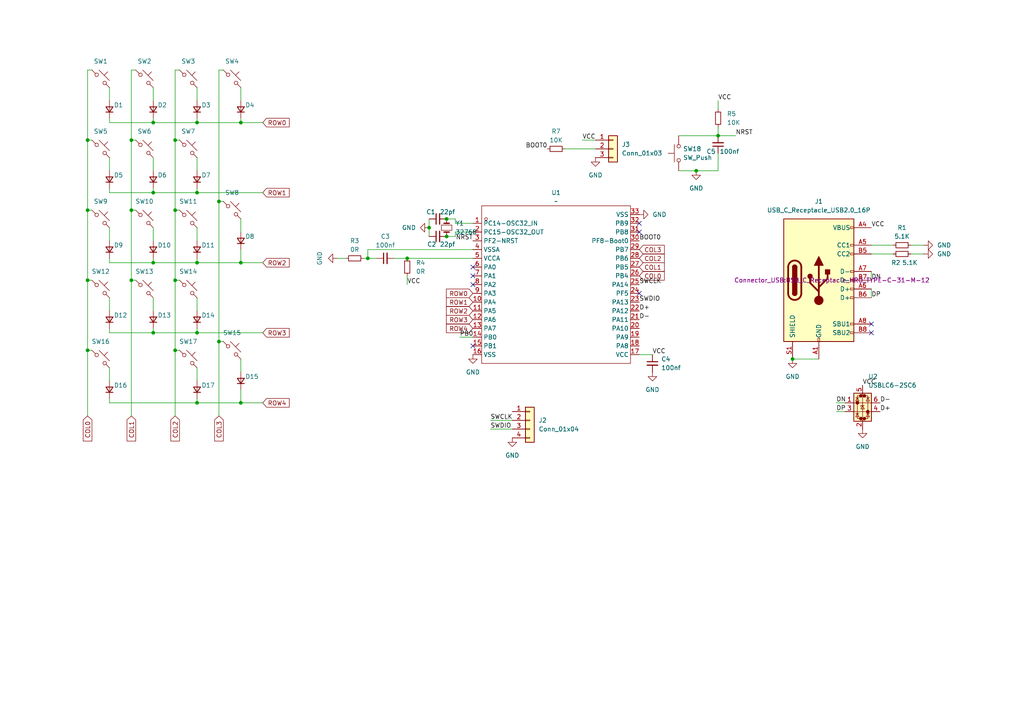
<source format=kicad_sch>
(kicad_sch (version 20231120) (generator "eeschema") (generator_version "8.0")
  (paper "A4")
  (lib_symbols
    (symbol "Connector:USB_C_Receptacle_USB2.0_16P" (pin_names (offset 1.016))
      (property "Reference" "J" (at 0 22.225 0))
      (property "Value" "USB_C_Receptacle_USB2.0_16P" (at 0 19.685 0))
      (symbol "USB_C_Receptacle_USB2.0_16P_0_0"
        (rectangle (start -0.254 -17.78) (end 0.254 -16.764))
        (rectangle (start 10.16 -14.986) (end 9.144 -15.494))
        (rectangle (start 10.16 -12.446) (end 9.144 -12.954))
        (rectangle (start 10.16 -4.826) (end 9.144 -5.334))
        (rectangle (start 10.16 -2.286) (end 9.144 -2.794))
        (rectangle (start 10.16 0.254) (end 9.144 -0.254))
        (rectangle (start 10.16 2.794) (end 9.144 2.286))
        (rectangle (start 10.16 7.874) (end 9.144 7.366))
        (rectangle (start 10.16 10.414) (end 9.144 9.906))
        (rectangle (start 10.16 15.494) (end 9.144 14.986))
      )
      (symbol "USB_C_Receptacle_USB2.0_16P_0_1"
        (rectangle (start -10.16 17.78) (end 10.16 -17.78) (stroke (width 0.254)) (fill (type background)))
        (arc (start -8.89 -3.81) (mid -6.985 -5.7067) (end -5.08 -3.81) (stroke (width 0.508)))
        (arc (start -7.62 -3.81) (mid -6.985 -4.4423) (end -6.35 -3.81) (stroke (width 0.254)))
        (arc (start -7.62 -3.81) (mid -6.985 -4.4423) (end -6.35 -3.81) (stroke (width 0.254)) (fill (type outline)))
        (rectangle (start -7.62 -3.81) (end -6.35 3.81) (stroke (width 0.254)) (fill (type outline)))
        (arc (start -6.35 3.81) (mid -6.985 4.4423) (end -7.62 3.81) (stroke (width 0.254)))
        (arc (start -6.35 3.81) (mid -6.985 4.4423) (end -7.62 3.81) (stroke (width 0.254)) (fill (type outline)))
        (arc (start -5.08 3.81) (mid -6.985 5.7067) (end -8.89 3.81) (stroke (width 0.508)))
        (circle (center -2.54 1.143) (radius 0.635) (stroke (width 0.254)) (fill (type outline)))
        (circle (center 0 -5.842) (radius 1.27) (fill (type outline)))
        (polyline (pts (xy -8.89 -3.81) (xy -8.89 3.81)) (stroke (width 0.508)))
        (polyline (pts (xy -5.08 3.81) (xy -5.08 -3.81)) (stroke (width 0.508)))
        (polyline (pts (xy 0 -5.842) (xy 0 4.318)) (stroke (width 0.508)))
        (polyline (pts (xy 0 -3.302) (xy -2.54 -0.762) (xy -2.54 0.508)) (stroke (width 0.508)))
        (polyline (pts (xy 0 -2.032) (xy 2.54 0.508) (xy 2.54 1.778)) (stroke (width 0.508)))
        (polyline (pts (xy -1.27 4.318) (xy 0 6.858) (xy 1.27 4.318) (xy -1.27 4.318)) (stroke (width 0.254)) (fill (type outline)))
        (rectangle (start 1.905 1.778) (end 3.175 3.048) (stroke (width 0.254)) (fill (type outline)))
      )
      (symbol "USB_C_Receptacle_USB2.0_16P_1_1"
        (pin passive line (at 0 -22.86 90) (length 5.08) (name "GND") (number "A1"))
        (pin passive line (at 0 -22.86 90) (length 5.08) hide (name "GND") (number "A12"))
        (pin passive line (at 15.24 15.24 180) (length 5.08) (name "VBUS") (number "A4"))
        (pin bidirectional line (at 15.24 10.16 180) (length 5.08) (name "CC1") (number "A5"))
        (pin bidirectional line (at 15.24 -2.54 180) (length 5.08) (name "D+") (number "A6"))
        (pin bidirectional line (at 15.24 2.54 180) (length 5.08) (name "D-") (number "A7"))
        (pin bidirectional line (at 15.24 -12.7 180) (length 5.08) (name "SBU1") (number "A8"))
        (pin passive line (at 15.24 15.24 180) (length 5.08) hide (name "VBUS") (number "A9"))
        (pin passive line (at 0 -22.86 90) (length 5.08) hide (name "GND") (number "B1"))
        (pin passive line (at 0 -22.86 90) (length 5.08) hide (name "GND") (number "B12"))
        (pin passive line (at 15.24 15.24 180) (length 5.08) hide (name "VBUS") (number "B4"))
        (pin bidirectional line (at 15.24 7.62 180) (length 5.08) (name "CC2") (number "B5"))
        (pin bidirectional line (at 15.24 -5.08 180) (length 5.08) (name "D+") (number "B6"))
        (pin bidirectional line (at 15.24 0 180) (length 5.08) (name "D-") (number "B7"))
        (pin bidirectional line (at 15.24 -15.24 180) (length 5.08) (name "SBU2") (number "B8"))
        (pin passive line (at 15.24 15.24 180) (length 5.08) hide (name "VBUS") (number "B9"))
        (pin passive line (at -7.62 -22.86 90) (length 5.08) (name "SHIELD") (number "S1"))
      )
    )
    (symbol "Connector_Generic:Conn_01x03" (pin_names (offset 1.016) hide)
      (property "Reference" "J" (at 0 5.08 0))
      (property "Value" "Conn_01x03" (at 0 -5.08 0))
      (symbol "Conn_01x03_1_1"
        (rectangle (start -1.27 -2.413) (end 0 -2.667) (stroke (width 0.1524)))
        (rectangle (start -1.27 0.127) (end 0 -0.127) (stroke (width 0.1524)))
        (rectangle (start -1.27 2.667) (end 0 2.413) (stroke (width 0.1524)))
        (rectangle (start -1.27 3.81) (end 1.27 -3.81) (stroke (width 0.254)) (fill (type background)))
        (pin passive line (at -5.08 2.54 0) (length 3.81) (name "Pin_1") (number "1"))
        (pin passive line (at -5.08 0 0) (length 3.81) (name "Pin_2") (number "2"))
        (pin passive line (at -5.08 -2.54 0) (length 3.81) (name "Pin_3") (number "3"))
      )
    )
    (symbol "Connector_Generic:Conn_01x04" (pin_names (offset 1.016) hide)
      (property "Reference" "J" (at 0 5.08 0))
      (property "Value" "Conn_01x04" (at 0 -7.62 0))
      (symbol "Conn_01x04_1_1"
        (rectangle (start -1.27 -4.953) (end 0 -5.207) (stroke (width 0.1524)))
        (rectangle (start -1.27 -2.413) (end 0 -2.667) (stroke (width 0.1524)))
        (rectangle (start -1.27 0.127) (end 0 -0.127) (stroke (width 0.1524)))
        (rectangle (start -1.27 2.667) (end 0 2.413) (stroke (width 0.1524)))
        (rectangle (start -1.27 3.81) (end 1.27 -6.35) (stroke (width 0.254)) (fill (type background)))
        (pin passive line (at -5.08 2.54 0) (length 3.81) (name "Pin_1") (number "1"))
        (pin passive line (at -5.08 0 0) (length 3.81) (name "Pin_2") (number "2"))
        (pin passive line (at -5.08 -2.54 0) (length 3.81) (name "Pin_3") (number "3"))
        (pin passive line (at -5.08 -5.08 0) (length 3.81) (name "Pin_4") (number "4"))
      )
    )
    (symbol "Device:C_Small" (pin_numbers hide) (pin_names (offset 0.254) hide)
      (property "Reference" "C" (at 0.254 1.778 0))
      (property "Value" "C_Small" (at 0.254 -2.032 0))
      (symbol "C_Small_0_1"
        (polyline (pts (xy -1.524 -0.508) (xy 1.524 -0.508)) (stroke (width 0.3302)))
        (polyline (pts (xy -1.524 0.508) (xy 1.524 0.508)) (stroke (width 0.3048)))
      )
      (symbol "C_Small_1_1"
        (pin passive line (at 0 2.54 270) (length 2.032) (name "~") (number "1"))
        (pin passive line (at 0 -2.54 90) (length 2.032) (name "~") (number "2"))
      )
    )
    (symbol "Device:Crystal_Small" (pin_numbers hide) (pin_names (offset 1.016) hide)
      (property "Reference" "Y" (at 0 2.54 0))
      (property "Value" "Crystal_Small" (at 0 -2.54 0))
      (symbol "Crystal_Small_0_1"
        (rectangle (start -0.762 -1.524) (end 0.762 1.524))
        (polyline (pts (xy -1.27 -0.762) (xy -1.27 0.762)) (stroke (width 0.381)))
        (polyline (pts (xy 1.27 -0.762) (xy 1.27 0.762)) (stroke (width 0.381)))
      )
      (symbol "Crystal_Small_1_1"
        (pin passive line (at -2.54 0 0) (length 1.27) (name "1") (number "1"))
        (pin passive line (at 2.54 0 180) (length 1.27) (name "2") (number "2"))
      )
    )
    (symbol "Device:D_Small" (pin_numbers hide) (pin_names (offset 0.254) hide)
      (property "Reference" "D" (at -1.27 2.032 0))
      (property "Value" "D_Small" (at -3.81 -2.032 0))
      (symbol "D_Small_0_1"
        (polyline (pts (xy -0.762 -1.016) (xy -0.762 1.016)) (stroke (width 0.254)))
        (polyline (pts (xy -0.762 0) (xy 0.762 0)))
        (polyline (pts (xy 0.762 -1.016) (xy -0.762 0) (xy 0.762 1.016) (xy 0.762 -1.016)) (stroke (width 0.254)))
      )
      (symbol "D_Small_1_1"
        (pin passive line (at -2.54 0 0) (length 1.778) (name "K") (number "1"))
        (pin passive line (at 2.54 0 180) (length 1.778) (name "A") (number "2"))
      )
    )
    (symbol "Device:R_Small" (pin_numbers hide) (pin_names (offset 0.254) hide)
      (property "Reference" "R" (at 0.762 0.508 0))
      (property "Value" "R_Small" (at 0.762 -1.016 0))
      (symbol "R_Small_0_1"
        (rectangle (start -0.762 1.778) (end 0.762 -1.778) (stroke (width 0.2032)))
      )
      (symbol "R_Small_1_1"
        (pin passive line (at 0 2.54 270) (length 0.762) (name "~") (number "1"))
        (pin passive line (at 0 -2.54 90) (length 0.762) (name "~") (number "2"))
      )
    )
    (symbol "PY32F071K1BU:PY32F071K1BU"
      (property "Reference" "U" (at 0 0 0))
      (symbol "PY32F071K1BU_1_0"
        (rectangle (start -21.59 -22.86) (end 21.59 22.86))
        (circle (center -20.32 19.05) (radius 0.381))
        (pin unspecified line (at -24.13 17.78 0) (length 2.54) (name "PC14-OSC32_IN") (number "1"))
        (pin unspecified line (at -24.13 -5.08 0) (length 2.54) (name "PA4") (number "10"))
        (pin unspecified line (at -24.13 -7.62 0) (length 2.54) (name "PA5") (number "11"))
        (pin unspecified line (at -24.13 -10.16 0) (length 2.54) (name "PA6") (number "12"))
        (pin unspecified line (at -24.13 -12.7 0) (length 2.54) (name "PA7") (number "13"))
        (pin unspecified line (at -24.13 -15.24 0) (length 2.54) (name "PB0") (number "14"))
        (pin unspecified line (at -24.13 -17.78 0) (length 2.54) (name "PB1") (number "15"))
        (pin unspecified line (at -24.13 -20.32 0) (length 2.54) (name "VSS") (number "16"))
        (pin unspecified line (at 24.13 -20.32 180) (length 2.54) (name "VCC") (number "17"))
        (pin unspecified line (at 24.13 -17.78 180) (length 2.54) (name "PA8") (number "18"))
        (pin unspecified line (at 24.13 -15.24 180) (length 2.54) (name "PA9") (number "19"))
        (pin unspecified line (at -24.13 15.24 0) (length 2.54) (name "PC15-OSC32_OUT") (number "2"))
        (pin unspecified line (at 24.13 -12.7 180) (length 2.54) (name "PA10") (number "20"))
        (pin unspecified line (at 24.13 -10.16 180) (length 2.54) (name "PA11") (number "21"))
        (pin unspecified line (at 24.13 -7.62 180) (length 2.54) (name "PA12") (number "22"))
        (pin unspecified line (at 24.13 -5.08 180) (length 2.54) (name "PA13") (number "23"))
        (pin unspecified line (at 24.13 -2.54 180) (length 2.54) (name "PF5") (number "24"))
        (pin unspecified line (at 24.13 0 180) (length 2.54) (name "PA14") (number "25"))
        (pin unspecified line (at 24.13 2.54 180) (length 2.54) (name "PB4") (number "26"))
        (pin unspecified line (at 24.13 5.08 180) (length 2.54) (name "PB5") (number "27"))
        (pin unspecified line (at 24.13 7.62 180) (length 2.54) (name "PB6") (number "28"))
        (pin unspecified line (at 24.13 10.16 180) (length 2.54) (name "PB7") (number "29"))
        (pin unspecified line (at -24.13 12.7 0) (length 2.54) (name "PF2-NRST") (number "3"))
        (pin unspecified line (at 24.13 12.7 180) (length 2.54) (name "PF8-Boot0") (number "30"))
        (pin unspecified line (at 24.13 15.24 180) (length 2.54) (name "PB8") (number "31"))
        (pin unspecified line (at 24.13 17.78 180) (length 2.54) (name "PB9") (number "32"))
        (pin unspecified line (at 24.13 20.32 180) (length 2.54) (name "VSS") (number "33"))
        (pin unspecified line (at -24.13 10.16 0) (length 2.54) (name "VSSA") (number "4"))
        (pin unspecified line (at -24.13 7.62 0) (length 2.54) (name "VCCA") (number "5"))
        (pin unspecified line (at -24.13 5.08 0) (length 2.54) (name "PA0") (number "6"))
        (pin unspecified line (at -24.13 2.54 0) (length 2.54) (name "PA1") (number "7"))
        (pin unspecified line (at -24.13 0 0) (length 2.54) (name "PA2") (number "8"))
        (pin unspecified line (at -24.13 -2.54 0) (length 2.54) (name "PA3") (number "9"))
      )
    )
    (symbol "Power_Protection:USBLC6-2SC6" (pin_names hide)
      (property "Reference" "U" (at 0.635 5.715 0))
      (property "Value" "USBLC6-2SC6" (at 0.635 3.81 0))
      (symbol "USBLC6-2SC6_0_0"
        (circle (center -1.524 0) (radius 0.0001) (stroke (width 0.508)))
        (circle (center -0.508 -4.572) (radius 0.0001) (stroke (width 0.508)))
        (circle (center -0.508 2.032) (radius 0.0001) (stroke (width 0.508)))
        (circle (center 0.508 -4.572) (radius 0.0001) (stroke (width 0.508)))
        (circle (center 0.508 2.032) (radius 0.0001) (stroke (width 0.508)))
        (circle (center 1.524 -2.54) (radius 0.0001) (stroke (width 0.508)))
      )
      (symbol "USBLC6-2SC6_0_1"
        (polyline (pts (xy -2.54 -2.54) (xy 2.54 -2.54)))
        (polyline (pts (xy -2.54 0) (xy 2.54 0)))
        (polyline (pts (xy -2.032 -3.048) (xy -1.016 -3.048)))
        (polyline (pts (xy -1.016 1.524) (xy -2.032 1.524)))
        (polyline (pts (xy 1.016 -3.048) (xy 2.032 -3.048)))
        (polyline (pts (xy 1.016 1.524) (xy 2.032 1.524)))
        (polyline (pts (xy -0.508 -1.143) (xy -0.508 -0.762) (xy 0.508 -0.762)))
        (polyline (pts (xy -2.032 0.508) (xy -1.016 0.508) (xy -1.524 1.524) (xy -2.032 0.508)))
        (polyline (pts (xy -1.016 -4.064) (xy -2.032 -4.064) (xy -1.524 -3.048) (xy -1.016 -4.064)))
        (polyline (pts (xy 0.508 -1.778) (xy -0.508 -1.778) (xy 0 -0.762) (xy 0.508 -1.778)))
        (polyline (pts (xy 2.032 -4.064) (xy 1.016 -4.064) (xy 1.524 -3.048) (xy 2.032 -4.064)))
        (polyline (pts (xy 2.032 0.508) (xy 1.016 0.508) (xy 1.524 1.524) (xy 2.032 0.508)))
        (polyline (pts (xy 0 2.54) (xy -0.508 2.032) (xy 0.508 2.032) (xy 0 1.524) (xy 0 -4.064) (xy -0.508 -4.572) (xy 0.508 -4.572) (xy 0 -5.08)))
      )
      (symbol "USBLC6-2SC6_1_1"
        (rectangle (start -2.54 2.794) (end 2.54 -5.334) (stroke (width 0.254)) (fill (type background)))
        (polyline (pts (xy -0.508 2.032) (xy -1.524 2.032) (xy -1.524 -4.572) (xy -0.508 -4.572)))
        (polyline (pts (xy 0.508 -4.572) (xy 1.524 -4.572) (xy 1.524 2.032) (xy 0.508 2.032)))
        (pin passive line (at -5.08 0 0) (length 2.54) (name "I/O1") (number "1"))
        (pin passive line (at 0 -7.62 90) (length 2.54) (name "GND") (number "2"))
        (pin passive line (at -5.08 -2.54 0) (length 2.54) (name "I/O2") (number "3"))
        (pin passive line (at 5.08 -2.54 180) (length 2.54) (name "I/O2") (number "4"))
        (pin passive line (at 0 5.08 270) (length 2.54) (name "VBUS") (number "5"))
        (pin passive line (at 5.08 0 180) (length 2.54) (name "I/O1") (number "6"))
      )
    )
    (symbol "Switch:SW_Push" (pin_numbers hide) (pin_names (offset 1.016) hide)
      (property "Reference" "SW" (at 1.27 2.54 0))
      (property "Value" "SW_Push" (at 0 -1.524 0))
      (symbol "SW_Push_0_1"
        (circle (center -2.032 0) (radius 0.508))
        (polyline (pts (xy 0 1.27) (xy 0 3.048)))
        (polyline (pts (xy 2.54 1.27) (xy -2.54 1.27)))
        (circle (center 2.032 0) (radius 0.508))
        (pin passive line (at -5.08 0 0) (length 2.54) (name "1") (number "1"))
        (pin passive line (at 5.08 0 180) (length 2.54) (name "2") (number "2"))
      )
    )
    (symbol "Switch:SW_Push_45deg" (pin_numbers hide) (pin_names (offset 1.016) hide)
      (property "Reference" "SW" (at 3.048 1.016 0))
      (property "Value" "SW_Push_45deg" (at 0 -3.81 0))
      (symbol "SW_Push_45deg_0_1"
        (circle (center -1.1684 1.1684) (radius 0.508))
        (polyline (pts (xy -0.508 2.54) (xy 2.54 -0.508)))
        (polyline (pts (xy 1.016 1.016) (xy 2.032 2.032)))
        (polyline (pts (xy -2.54 2.54) (xy -1.524 1.524) (xy -1.524 1.524)))
        (polyline (pts (xy 1.524 -1.524) (xy 2.54 -2.54) (xy 2.54 -2.54) (xy 2.54 -2.54)))
        (circle (center 1.143 -1.1938) (radius 0.508))
        (pin passive line (at -2.54 2.54 0) (length 0) (name "1") (number "1"))
        (pin passive line (at 2.54 -2.54 180) (length 0) (name "2") (number "2"))
      )
    )
    (symbol "power:GND" (power) (pin_numbers hide) (pin_names (offset 0) hide)
      (property "Value" "GND" (at 0 -3.81 0))
      (symbol "GND_0_1"
        (polyline (pts (xy 0 0) (xy 0 -1.27) (xy 1.27 -1.27) (xy 0 -2.54) (xy -1.27 -1.27) (xy 0 -1.27)))
      )
      (symbol "GND_1_1"
        (pin power_in line (at 0 0 270) (length 0) (name "~") (number "1"))
      )
    )
  )
  (junction (at 63.5 99.06))
  (junction (at 229.87 104.14))
  (junction (at 69.85 116.84))
  (junction (at 50.8 40.64))
  (junction (at 50.8 101.6))
  (junction (at 38.1 40.64))
  (junction (at 57.15 76.2))
  (junction (at 57.15 55.88))
  (junction (at 69.85 76.2))
  (junction (at 25.4 60.96))
  (junction (at 44.45 96.52))
  (junction (at 38.1 60.96))
  (junction (at 129.54 68.58))
  (junction (at 44.45 76.2))
  (junction (at 201.93 49.53))
  (junction (at 129.54 63.5))
  (junction (at 57.15 116.84))
  (junction (at 25.4 101.6))
  (junction (at 57.15 35.56))
  (junction (at 25.4 81.28))
  (junction (at 208.28 39.37))
  (junction (at 124.46 66.04))
  (junction (at 25.4 40.64))
  (junction (at 50.8 81.28))
  (junction (at 44.45 55.88))
  (junction (at 118.11 74.93))
  (junction (at 63.5 58.42))
  (junction (at 57.15 96.52))
  (junction (at 50.8 60.96))
  (junction (at 38.1 81.28))
  (junction (at 106.68 74.93))
  (junction (at 44.45 35.56))
  (junction (at 69.85 35.56))
  (no_connect (at 185.42 85.09))
  (no_connect (at 137.16 100.33))
  (no_connect (at 252.73 96.52))
  (no_connect (at 137.16 80.01))
  (no_connect (at 137.16 82.55))
  (no_connect (at 185.42 67.31))
  (no_connect (at 252.73 93.98))
  (no_connect (at 137.16 77.47))
  (no_connect (at 185.42 64.77))
  (wire (pts (xy 69.85 104.14) (xy 69.85 107.95)))
  (wire (pts (xy 252.73 73.66) (xy 259.08 73.66)))
  (wire (pts (xy 50.8 40.64) (xy 50.8 60.96)))
  (wire (pts (xy 69.85 72.39) (xy 69.85 76.2)))
  (wire (pts (xy 264.16 73.66) (xy 267.97 73.66)))
  (wire (pts (xy 57.15 96.52) (xy 76.2 96.52)))
  (wire (pts (xy 25.4 81.28) (xy 25.4 101.6)))
  (wire (pts (xy 31.75 95.25) (xy 31.75 96.52)))
  (wire (pts (xy 137.16 64.77) (xy 132.08 64.77)))
  (wire (pts (xy 44.45 96.52) (xy 57.15 96.52)))
  (wire (pts (xy 242.57 119.38) (xy 245.11 119.38)))
  (wire (pts (xy 63.5 20.32) (xy 63.5 58.42)))
  (wire (pts (xy 132.08 63.5) (xy 129.54 63.5)))
  (wire (pts (xy 264.16 71.12) (xy 267.97 71.12)))
  (wire (pts (xy 25.4 40.64) (xy 25.4 60.96)))
  (wire (pts (xy 50.8 60.96) (xy 50.8 81.28)))
  (wire (pts (xy 31.75 115.57) (xy 31.75 116.84)))
  (wire (pts (xy 57.15 106.68) (xy 57.15 110.49)))
  (wire (pts (xy 44.45 35.56) (xy 57.15 35.56)))
  (wire (pts (xy 31.75 96.52) (xy 44.45 96.52)))
  (wire (pts (xy 25.4 101.6) (xy 25.4 120.65)))
  (wire (pts (xy 52.07 101.6) (xy 50.8 101.6)))
  (wire (pts (xy 201.93 49.53) (xy 208.28 49.53)))
  (wire (pts (xy 252.73 81.28) (xy 252.73 78.74)))
  (wire (pts (xy 252.73 71.12) (xy 259.08 71.12)))
  (wire (pts (xy 57.15 45.72) (xy 57.15 49.53)))
  (wire (pts (xy 57.15 74.93) (xy 57.15 76.2)))
  (wire (pts (xy 196.85 49.53) (xy 201.93 49.53)))
  (wire (pts (xy 109.22 74.93) (xy 106.68 74.93)))
  (wire (pts (xy 44.45 55.88) (xy 57.15 55.88)))
  (wire (pts (xy 39.37 20.32) (xy 38.1 20.32)))
  (wire (pts (xy 44.45 25.4) (xy 44.45 29.21)))
  (wire (pts (xy 50.8 81.28) (xy 50.8 101.6)))
  (wire (pts (xy 57.15 116.84) (xy 69.85 116.84)))
  (wire (pts (xy 44.45 45.72) (xy 44.45 49.53)))
  (wire (pts (xy 31.75 76.2) (xy 44.45 76.2)))
  (wire (pts (xy 57.15 34.29) (xy 57.15 35.56)))
  (wire (pts (xy 57.15 76.2) (xy 69.85 76.2)))
  (wire (pts (xy 26.67 60.96) (xy 25.4 60.96)))
  (wire (pts (xy 31.75 74.93) (xy 31.75 76.2)))
  (wire (pts (xy 38.1 20.32) (xy 38.1 40.64)))
  (wire (pts (xy 208.28 29.21) (xy 208.28 31.75)))
  (wire (pts (xy 31.75 35.56) (xy 44.45 35.56)))
  (wire (pts (xy 196.85 39.37) (xy 208.28 39.37)))
  (wire (pts (xy 57.15 54.61) (xy 57.15 55.88)))
  (wire (pts (xy 52.07 81.28) (xy 50.8 81.28)))
  (wire (pts (xy 26.67 81.28) (xy 25.4 81.28)))
  (wire (pts (xy 31.75 54.61) (xy 31.75 55.88)))
  (wire (pts (xy 44.45 66.04) (xy 44.45 69.85)))
  (wire (pts (xy 31.75 86.36) (xy 31.75 90.17)))
  (wire (pts (xy 44.45 76.2) (xy 57.15 76.2)))
  (wire (pts (xy 57.15 86.36) (xy 57.15 90.17)))
  (wire (pts (xy 44.45 86.36) (xy 44.45 90.17)))
  (wire (pts (xy 229.87 104.14) (xy 237.49 104.14)))
  (wire (pts (xy 118.11 74.93) (xy 137.16 74.93)))
  (wire (pts (xy 63.5 99.06) (xy 63.5 120.65)))
  (wire (pts (xy 39.37 40.64) (xy 38.1 40.64)))
  (wire (pts (xy 57.15 95.25) (xy 57.15 96.52)))
  (wire (pts (xy 26.67 101.6) (xy 25.4 101.6)))
  (wire (pts (xy 97.79 74.93) (xy 100.33 74.93)))
  (wire (pts (xy 31.75 55.88) (xy 44.45 55.88)))
  (wire (pts (xy 142.24 121.92) (xy 148.59 121.92)))
  (wire (pts (xy 38.1 60.96) (xy 38.1 81.28)))
  (wire (pts (xy 69.85 76.2) (xy 76.2 76.2)))
  (wire (pts (xy 57.15 66.04) (xy 57.15 69.85)))
  (wire (pts (xy 63.5 58.42) (xy 63.5 99.06)))
  (wire (pts (xy 31.75 106.68) (xy 31.75 110.49)))
  (wire (pts (xy 106.68 72.39) (xy 106.68 74.93)))
  (wire (pts (xy 124.46 66.04) (xy 124.46 68.58)))
  (wire (pts (xy 132.08 67.31) (xy 132.08 68.58)))
  (wire (pts (xy 44.45 54.61) (xy 44.45 55.88)))
  (wire (pts (xy 26.67 40.64) (xy 25.4 40.64)))
  (wire (pts (xy 25.4 60.96) (xy 25.4 81.28)))
  (wire (pts (xy 31.75 25.4) (xy 31.75 29.21)))
  (wire (pts (xy 189.23 102.87) (xy 185.42 102.87)))
  (wire (pts (xy 213.36 39.37) (xy 208.28 39.37)))
  (wire (pts (xy 69.85 35.56) (xy 76.2 35.56)))
  (wire (pts (xy 69.85 34.29) (xy 69.85 35.56)))
  (wire (pts (xy 252.73 83.82) (xy 252.73 86.36)))
  (wire (pts (xy 44.45 74.93) (xy 44.45 76.2)))
  (wire (pts (xy 142.24 124.46) (xy 148.59 124.46)))
  (wire (pts (xy 69.85 113.03) (xy 69.85 116.84)))
  (wire (pts (xy 137.16 72.39) (xy 106.68 72.39)))
  (wire (pts (xy 39.37 81.28) (xy 38.1 81.28)))
  (wire (pts (xy 64.77 20.32) (xy 63.5 20.32)))
  (wire (pts (xy 57.15 35.56) (xy 69.85 35.56)))
  (wire (pts (xy 52.07 60.96) (xy 50.8 60.96)))
  (wire (pts (xy 31.75 116.84) (xy 57.15 116.84)))
  (wire (pts (xy 38.1 81.28) (xy 38.1 120.65)))
  (wire (pts (xy 52.07 40.64) (xy 50.8 40.64)))
  (wire (pts (xy 57.15 115.57) (xy 57.15 116.84)))
  (wire (pts (xy 44.45 34.29) (xy 44.45 35.56)))
  (wire (pts (xy 118.11 82.55) (xy 118.11 80.01)))
  (wire (pts (xy 52.07 20.32) (xy 50.8 20.32)))
  (wire (pts (xy 25.4 20.32) (xy 25.4 40.64)))
  (wire (pts (xy 208.28 39.37) (xy 208.28 36.83)))
  (wire (pts (xy 39.37 60.96) (xy 38.1 60.96)))
  (wire (pts (xy 124.46 63.5) (xy 124.46 66.04)))
  (wire (pts (xy 132.08 64.77) (xy 132.08 63.5)))
  (wire (pts (xy 64.77 58.42) (xy 63.5 58.42)))
  (wire (pts (xy 50.8 101.6) (xy 50.8 120.65)))
  (wire (pts (xy 64.77 99.06) (xy 63.5 99.06)))
  (wire (pts (xy 69.85 116.84) (xy 76.2 116.84)))
  (wire (pts (xy 114.3 74.93) (xy 118.11 74.93)))
  (wire (pts (xy 137.16 67.31) (xy 132.08 67.31)))
  (wire (pts (xy 44.45 95.25) (xy 44.45 96.52)))
  (wire (pts (xy 106.68 74.93) (xy 105.41 74.93)))
  (wire (pts (xy 57.15 25.4) (xy 57.15 29.21)))
  (wire (pts (xy 38.1 40.64) (xy 38.1 60.96)))
  (wire (pts (xy 57.15 55.88) (xy 76.2 55.88)))
  (wire (pts (xy 69.85 63.5) (xy 69.85 67.31)))
  (wire (pts (xy 26.67 20.32) (xy 25.4 20.32)))
  (wire (pts (xy 31.75 45.72) (xy 31.75 49.53)))
  (wire (pts (xy 163.83 43.18) (xy 172.72 43.18)))
  (wire (pts (xy 50.8 20.32) (xy 50.8 40.64)))
  (wire (pts (xy 242.57 116.84) (xy 245.11 116.84)))
  (wire (pts (xy 31.75 34.29) (xy 31.75 35.56)))
  (wire (pts (xy 69.85 25.4) (xy 69.85 29.21)))
  (wire (pts (xy 133.35 97.79) (xy 137.16 97.79)))
  (wire (pts (xy 31.75 66.04) (xy 31.75 69.85)))
  (wire (pts (xy 208.28 49.53) (xy 208.28 44.45)))
  (wire (pts (xy 168.91 40.64) (xy 172.72 40.64)))
  (wire (pts (xy 132.08 68.58) (xy 129.54 68.58)))
  (label "D-" (at 185.42 92.71 0))
  (label "VCC" (at 252.73 66.04 0))
  (label "VCC" (at 168.91 40.64 0))
  (label "DN" (at 252.73 81.28 0))
  (label "SWDIO" (at 185.42 87.63 0))
  (label "SWCLK" (at 142.24 121.92 0))
  (label "VCC" (at 208.28 29.21 0))
  (label "D+" (at 185.42 90.17 0))
  (label "DP" (at 252.73 86.36 0))
  (label "NRST" (at 137.16 69.85 180))
  (label "BOOT0" (at 185.42 69.85 0))
  (label "DP" (at 242.57 119.38 0))
  (label "D-" (at 255.27 116.84 0))
  (label "D+" (at 255.27 119.38 0))
  (label "VCC" (at 250.19 111.76 0))
  (label "VCC" (at 118.11 82.55 0))
  (label "SWCLK" (at 185.42 82.55 0))
  (label "PB0" (at 133.35 97.79 0))
  (label "VCC" (at 189.23 102.87 0))
  (label "DN" (at 242.57 116.84 0))
  (label "NRST" (at 213.36 39.37 0))
  (label "SWDIO" (at 142.24 124.46 0))
  (label "BOOT0" (at 158.75 43.18 180))
  (global_label "COL3" (shape input) (at 63.5 120.65 270) (property "Intersheetrefs" "${INTERSHEET_REFS}" (effects (hide yes))))
  (global_label "ROW0" (shape input) (at 76.2 35.56 0) (property "Intersheetrefs" "${INTERSHEET_REFS}" (effects (hide yes))))
  (global_label "COL1" (shape input) (at 185.42 77.47 0) (property "Intersheetrefs" "${INTERSHEET_REFS}" (effects (hide yes))))
  (global_label "COL0" (shape input) (at 25.4 120.65 270) (property "Intersheetrefs" "${INTERSHEET_REFS}" (effects (hide yes))))
  (global_label "COL0" (shape input) (at 185.42 80.01 0) (property "Intersheetrefs" "${INTERSHEET_REFS}" (effects (hide yes))))
  (global_label "ROW2" (shape input) (at 137.16 90.17 180) (property "Intersheetrefs" "${INTERSHEET_REFS}" (effects (hide yes))))
  (global_label "COL2" (shape input) (at 50.8 120.65 270) (property "Intersheetrefs" "${INTERSHEET_REFS}" (effects (hide yes))))
  (global_label "ROW1" (shape input) (at 76.2 55.88 0) (property "Intersheetrefs" "${INTERSHEET_REFS}" (effects (hide yes))))
  (global_label "ROW3" (shape input) (at 76.2 96.52 0) (property "Intersheetrefs" "${INTERSHEET_REFS}" (effects (hide yes))))
  (global_label "COL1" (shape input) (at 38.1 120.65 270) (property "Intersheetrefs" "${INTERSHEET_REFS}" (effects (hide yes))))
  (global_label "COL2" (shape input) (at 185.42 74.93 0) (property "Intersheetrefs" "${INTERSHEET_REFS}" (effects (hide yes))))
  (global_label "ROW3" (shape input) (at 137.16 92.71 180) (property "Intersheetrefs" "${INTERSHEET_REFS}" (effects (hide yes))))
  (global_label "ROW4" (shape input) (at 137.16 95.25 180) (property "Intersheetrefs" "${INTERSHEET_REFS}" (effects (hide yes))))
  (global_label "ROW4" (shape input) (at 76.2 116.84 0) (property "Intersheetrefs" "${INTERSHEET_REFS}" (effects (hide yes))))
  (global_label "ROW1" (shape input) (at 137.16 87.63 180) (property "Intersheetrefs" "${INTERSHEET_REFS}" (effects (hide yes))))
  (global_label "COL3" (shape input) (at 185.42 72.39 0) (property "Intersheetrefs" "${INTERSHEET_REFS}" (effects (hide yes))))
  (global_label "ROW0" (shape input) (at 137.16 85.09 180) (property "Intersheetrefs" "${INTERSHEET_REFS}" (effects (hide yes))))
  (global_label "ROW2" (shape input) (at 76.2 76.2 0) (property "Intersheetrefs" "${INTERSHEET_REFS}" (effects (hide yes))))
  (symbol (lib_id "power:GND") (at 137.16 102.87 0) (unit 1)
    (property "Reference" "#PWR06" (effects (hide yes)))
    (property "Value" "GND" (at 137.16 107.95 0))
    (property "Description" "Power symbol creates a global label with name \"GND\" , ground" (effects (hide yes)))
  )
  (symbol (lib_id "Device:D_Small") (at 57.15 52.07 90) (unit 1)
    (property "Reference" "D7" (at 58.42 50.8 90) (effects (justify right)))
    (property "Value" "D" (effects (hide yes)))
    (property "Footprint" "Diode_SMD:D_SOD-123F" (effects (hide yes)))
    (property "Sim.Device" "D" (effects (hide yes)))
    (property "Sim.Pins" "1=K 2=A" (effects (hide yes)))
  )
  (symbol (lib_id "Device:R_Small") (at 261.62 73.66 270) (unit 1)
    (property "Reference" "R2" (at 259.842 76.2 90))
    (property "Value" "5.1K" (at 263.906 76.2 90))
    (property "Footprint" "Resistor_SMD:R_0603_1608Metric_Pad0.98x0.95mm_HandSolder" (effects (hide yes)))
    (property "Description" "Resistor, small symbol" (effects (hide yes)))
  )
  (symbol (lib_id "Connector:USB_C_Receptacle_USB2.0_16P") (at 237.49 81.28 0) (unit 1)
    (property "Reference" "J1" (at 237.49 58.42 0))
    (property "Value" "USB_C_Receptacle_USB2.0_16P" (at 237.49 60.96 0))
    (property "Footprint" "Connector_USB:USB_C_Receptacle_HRO_TYPE-C-31-M-12" (at 241.3 81.28 0))
    (property "Datasheet" "https://www.usb.org/sites/default/files/documents/usb_type-c.zip" (effects (hide yes)))
    (property "Description" "USB 2.0-only 16P Type-C Receptacle connector" (effects (hide yes)))
  )
  (symbol (lib_id "Switch:SW_Push_45deg") (at 41.91 83.82 0) (unit 1)
    (property "Reference" "SW13" (at 41.91 78.74 0))
    (property "Value" "SW_Push" (effects (hide yes)))
    (property "Footprint" "PCM_Switch_Keyboard_Cherry_MX:SW_Cherry_MX_PCB_1.00u" (effects (hide yes)))
  )
  (symbol (lib_id "Device:D_Small") (at 31.75 92.71 90) (unit 1)
    (property "Reference" "D12" (at 33.02 91.44 90) (effects (justify right)))
    (property "Value" "D" (effects (hide yes)))
    (property "Footprint" "Diode_SMD:D_SOD-123F" (effects (hide yes)))
    (property "Sim.Device" "D" (effects (hide yes)))
    (property "Sim.Pins" "1=K 2=A" (effects (hide yes)))
  )
  (symbol (lib_id "Switch:SW_Push_45deg") (at 29.21 22.86 0) (unit 1)
    (property "Reference" "SW1" (at 29.21 17.78 0))
    (property "Value" "SW_Push" (effects (hide yes)))
    (property "Footprint" "PCM_Switch_Keyboard_Cherry_MX:SW_Cherry_MX_PCB_1.00u" (effects (hide yes)))
  )
  (symbol (lib_id "Device:D_Small") (at 44.45 31.75 90) (unit 1)
    (property "Reference" "D2" (at 45.72 30.48 90) (effects (justify right)))
    (property "Value" "D" (effects (hide yes)))
    (property "Footprint" "Diode_SMD:D_SOD-123F" (effects (hide yes)))
    (property "Sim.Device" "D" (effects (hide yes)))
    (property "Sim.Pins" "1=K 2=A" (effects (hide yes)))
  )
  (symbol (lib_id "Device:R_Small") (at 261.62 71.12 90) (unit 1)
    (property "Reference" "R1" (at 261.62 66.04 90))
    (property "Value" "5.1K" (at 261.62 68.58 90))
    (property "Footprint" "Resistor_SMD:R_0603_1608Metric_Pad0.98x0.95mm_HandSolder" (effects (hide yes)))
    (property "Description" "Resistor, small symbol" (effects (hide yes)))
  )
  (symbol (lib_id "Switch:SW_Push_45deg") (at 41.91 63.5 0) (unit 1)
    (property "Reference" "SW10" (at 41.91 58.42 0))
    (property "Value" "SW_Push" (effects (hide yes)))
    (property "Footprint" "PCM_Switch_Keyboard_Cherry_MX:SW_Cherry_MX_PCB_1.00u" (effects (hide yes)))
  )
  (symbol (lib_id "power:GND") (at 97.79 74.93 270) (unit 1)
    (property "Reference" "#PWR05" (effects (hide yes)))
    (property "Value" "GND" (at 92.71 74.93 0))
    (property "Description" "Power symbol creates a global label with name \"GND\" , ground" (effects (hide yes)))
  )
  (symbol (lib_id "Device:C_Small") (at 189.23 105.41 0) (unit 1)
    (property "Reference" "C4" (at 191.77 104.1462 0) (effects (justify left)))
    (property "Value" "100nf" (at 191.77 106.6862 0) (effects (justify left)))
    (property "Footprint" "Capacitor_SMD:C_0603_1608Metric" (effects (hide yes)))
    (property "Description" "Unpolarized capacitor, small symbol" (effects (hide yes)))
  )
  (symbol (lib_id "Device:C_Small") (at 127 63.5 90) (unit 1)
    (property "Reference" "C1" (at 124.968 61.468 90))
    (property "Value" "22pf" (at 129.794 61.468 90))
    (property "Footprint" "Capacitor_SMD:C_0603_1608Metric" (effects (hide yes)))
    (property "Description" "Unpolarized capacitor, small symbol" (effects (hide yes)))
  )
  (symbol (lib_id "Switch:SW_Push_45deg") (at 67.31 60.96 0) (unit 1)
    (property "Reference" "SW8" (at 67.31 55.88 0))
    (property "Value" "SW_Push" (effects (hide yes)))
    (property "Footprint" "PCM_Switch_Keyboard_Cherry_MX:SW_Cherry_MX_PCB_1.00u" (effects (hide yes)))
  )
  (symbol (lib_id "Switch:SW_Push_45deg") (at 41.91 22.86 0) (unit 1)
    (property "Reference" "SW2" (at 41.91 17.78 0))
    (property "Value" "SW_Push" (effects (hide yes)))
    (property "Footprint" "PCM_Switch_Keyboard_Cherry_MX:SW_Cherry_MX_PCB_1.00u" (effects (hide yes)))
  )
  (symbol (lib_id "Device:D_Small") (at 31.75 113.03 90) (unit 1)
    (property "Reference" "D16" (at 33.02 111.76 90) (effects (justify right)))
    (property "Value" "D" (effects (hide yes)))
    (property "Footprint" "Diode_SMD:D_SOD-123F" (effects (hide yes)))
    (property "Sim.Device" "D" (effects (hide yes)))
    (property "Sim.Pins" "1=K 2=A" (effects (hide yes)))
  )
  (symbol (lib_id "Device:D_Small") (at 44.45 72.39 90) (unit 1)
    (property "Reference" "D10" (at 45.72 71.12 90) (effects (justify right)))
    (property "Value" "D" (effects (hide yes)))
    (property "Footprint" "Diode_SMD:D_SOD-123F" (effects (hide yes)))
    (property "Sim.Device" "D" (effects (hide yes)))
    (property "Sim.Pins" "1=K 2=A" (effects (hide yes)))
  )
  (symbol (lib_id "power:GND") (at 229.87 104.14 0) (unit 1)
    (property "Reference" "#PWR07" (effects (hide yes)))
    (property "Value" "GND" (at 229.87 109.22 0))
    (property "Description" "Power symbol creates a global label with name \"GND\" , ground" (effects (hide yes)))
  )
  (symbol (lib_id "Device:D_Small") (at 69.85 31.75 90) (unit 1)
    (property "Reference" "D4" (at 71.12 30.48 90) (effects (justify right)))
    (property "Value" "D" (effects (hide yes)))
    (property "Footprint" "Diode_SMD:D_SOD-123F" (effects (hide yes)))
    (property "Sim.Device" "D" (effects (hide yes)))
    (property "Sim.Pins" "1=K 2=A" (effects (hide yes)))
  )
  (symbol (lib_id "Device:R_Small") (at 102.87 74.93 270) (unit 1)
    (property "Reference" "R3" (at 102.87 69.85 90))
    (property "Value" "0R" (at 102.87 72.39 90))
    (property "Footprint" "Resistor_SMD:R_0603_1608Metric_Pad0.98x0.95mm_HandSolder" (effects (hide yes)))
    (property "Description" "Resistor, small symbol" (effects (hide yes)))
  )
  (symbol (lib_id "Device:D_Small") (at 57.15 92.71 90) (unit 1)
    (property "Reference" "D14" (at 58.42 91.44 90) (effects (justify right)))
    (property "Value" "D" (effects (hide yes)))
    (property "Footprint" "Diode_SMD:D_SOD-123F" (effects (hide yes)))
    (property "Sim.Device" "D" (effects (hide yes)))
    (property "Sim.Pins" "1=K 2=A" (effects (hide yes)))
  )
  (symbol (lib_id "Device:D_Small") (at 31.75 52.07 90) (unit 1)
    (property "Reference" "D5" (at 33.02 50.8 90) (effects (justify right)))
    (property "Value" "D" (effects (hide yes)))
    (property "Footprint" "Diode_SMD:D_SOD-123F" (effects (hide yes)))
    (property "Sim.Device" "D" (effects (hide yes)))
    (property "Sim.Pins" "1=K 2=A" (effects (hide yes)))
  )
  (symbol (lib_id "Device:D_Small") (at 57.15 113.03 90) (unit 1)
    (property "Reference" "D17" (at 58.42 111.76 90) (effects (justify right)))
    (property "Value" "D" (effects (hide yes)))
    (property "Footprint" "Diode_SMD:D_SOD-123F" (effects (hide yes)))
    (property "Sim.Device" "D" (effects (hide yes)))
    (property "Sim.Pins" "1=K 2=A" (effects (hide yes)))
  )
  (symbol (lib_id "power:GND") (at 172.72 45.72 0) (unit 1)
    (property "Reference" "#PWR011" (effects (hide yes)))
    (property "Value" "GND" (at 172.72 50.8 0))
    (property "Description" "Power symbol creates a global label with name \"GND\" , ground" (effects (hide yes)))
  )
  (symbol (lib_id "Device:D_Small") (at 69.85 69.85 90) (unit 1)
    (property "Reference" "D8" (at 71.12 68.58 90) (effects (justify right)))
    (property "Value" "D" (effects (hide yes)))
    (property "Footprint" "Diode_SMD:D_SOD-123F" (effects (hide yes)))
    (property "Sim.Device" "D" (effects (hide yes)))
    (property "Sim.Pins" "1=K 2=A" (effects (hide yes)))
  )
  (symbol (lib_id "Switch:SW_Push_45deg") (at 54.61 43.18 0) (unit 1)
    (property "Reference" "SW7" (at 54.61 38.1 0))
    (property "Value" "SW_Push" (effects (hide yes)))
    (property "Footprint" "PCM_Switch_Keyboard_Cherry_MX:SW_Cherry_MX_PCB_1.00u" (effects (hide yes)))
  )
  (symbol (lib_id "Switch:SW_Push_45deg") (at 29.21 43.18 0) (unit 1)
    (property "Reference" "SW5" (at 29.21 38.1 0))
    (property "Value" "SW_Push" (effects (hide yes)))
    (property "Footprint" "PCM_Switch_Keyboard_Cherry_MX:SW_Cherry_MX_PCB_1.00u" (effects (hide yes)))
  )
  (symbol (lib_id "power:GND") (at 189.23 107.95 0) (unit 1)
    (property "Reference" "#PWR08" (effects (hide yes)))
    (property "Value" "GND" (at 189.23 113.03 0))
    (property "Description" "Power symbol creates a global label with name \"GND\" , ground" (effects (hide yes)))
  )
  (symbol (lib_id "Device:D_Small") (at 57.15 72.39 90) (unit 1)
    (property "Reference" "D11" (at 58.42 71.12 90) (effects (justify right)))
    (property "Value" "D" (effects (hide yes)))
    (property "Footprint" "Diode_SMD:D_SOD-123F" (effects (hide yes)))
    (property "Sim.Device" "D" (effects (hide yes)))
    (property "Sim.Pins" "1=K 2=A" (effects (hide yes)))
  )
  (symbol (lib_id "Device:C_Small") (at 208.28 41.91 180) (unit 1)
    (property "Reference" "C5" (at 206.248 43.942 0))
    (property "Value" "100nf" (at 211.582 43.942 0))
    (property "Footprint" "Capacitor_SMD:C_0603_1608Metric" (effects (hide yes)))
    (property "Description" "Unpolarized capacitor, small symbol" (effects (hide yes)))
  )
  (symbol (lib_id "Switch:SW_Push_45deg") (at 29.21 104.14 0) (unit 1)
    (property "Reference" "SW16" (at 29.21 99.06 0))
    (property "Value" "SW_Push" (effects (hide yes)))
    (property "Footprint" "PCM_Switch_Keyboard_Cherry_MX:SW_Cherry_MX_PCB_1.00u" (effects (hide yes)))
  )
  (symbol (lib_id "Switch:SW_Push_45deg") (at 54.61 104.14 0) (unit 1)
    (property "Reference" "SW17" (at 54.61 99.06 0))
    (property "Value" "SW_Push" (effects (hide yes)))
    (property "Footprint" "PCM_Switch_Keyboard_Cherry_MX:SW_Cherry_MX_PCB_1.00u" (effects (hide yes)))
  )
  (symbol (lib_id "power:GND") (at 185.42 62.23 90) (unit 1)
    (property "Reference" "#PWR01" (effects (hide yes)))
    (property "Value" "GND" (at 189.23 62.2299 90) (effects (justify right)))
    (property "Description" "Power symbol creates a global label with name \"GND\" , ground" (effects (hide yes)))
  )
  (symbol (lib_id "power:GND") (at 148.59 127 0) (unit 1)
    (property "Reference" "#PWR010" (effects (hide yes)))
    (property "Value" "GND" (at 148.59 132.08 0))
    (property "Description" "Power symbol creates a global label with name \"GND\" , ground" (effects (hide yes)))
  )
  (symbol (lib_id "Device:R_Small") (at 161.29 43.18 90) (unit 1)
    (property "Reference" "R7" (at 161.29 38.1 90))
    (property "Value" "10K" (at 161.29 40.64 90))
    (property "Footprint" "Resistor_SMD:R_0603_1608Metric_Pad0.98x0.95mm_HandSolder" (effects (hide yes)))
    (property "Description" "Resistor, small symbol" (effects (hide yes)))
  )
  (symbol (lib_id "Switch:SW_Push_45deg") (at 54.61 63.5 0) (unit 1)
    (property "Reference" "SW11" (at 54.61 58.42 0))
    (property "Value" "SW_Push" (effects (hide yes)))
    (property "Footprint" "PCM_Switch_Keyboard_Cherry_MX:SW_Cherry_MX_PCB_1.00u" (effects (hide yes)))
  )
  (symbol (lib_id "Device:D_Small") (at 44.45 52.07 90) (unit 1)
    (property "Reference" "D6" (at 45.72 50.8 90) (effects (justify right)))
    (property "Value" "D" (effects (hide yes)))
    (property "Footprint" "Diode_SMD:D_SOD-123F" (effects (hide yes)))
    (property "Sim.Device" "D" (effects (hide yes)))
    (property "Sim.Pins" "1=K 2=A" (effects (hide yes)))
  )
  (symbol (lib_id "power:GND") (at 267.97 71.12 90) (unit 1)
    (property "Reference" "#PWR03" (effects (hide yes)))
    (property "Value" "GND" (at 271.78 71.1199 90) (effects (justify right)))
    (property "Description" "Power symbol creates a global label with name \"GND\" , ground" (effects (hide yes)))
  )
  (symbol (lib_id "Device:D_Small") (at 57.15 31.75 90) (unit 1)
    (property "Reference" "D3" (at 58.42 30.48 90) (effects (justify right)))
    (property "Value" "D" (effects (hide yes)))
    (property "Footprint" "Diode_SMD:D_SOD-123F" (effects (hide yes)))
    (property "Sim.Device" "D" (effects (hide yes)))
    (property "Sim.Pins" "1=K 2=A" (effects (hide yes)))
  )
  (symbol (lib_id "Device:D_Small") (at 44.45 92.71 90) (unit 1)
    (property "Reference" "D13" (at 45.72 91.44 90) (effects (justify right)))
    (property "Value" "D" (effects (hide yes)))
    (property "Footprint" "Diode_SMD:D_SOD-123F" (effects (hide yes)))
    (property "Sim.Device" "D" (effects (hide yes)))
    (property "Sim.Pins" "1=K 2=A" (effects (hide yes)))
  )
  (symbol (lib_id "Device:R_Small") (at 118.11 77.47 0) (unit 1)
    (property "Reference" "R4" (at 120.65 76.1999 0) (effects (justify left)))
    (property "Value" "0R" (at 120.65 78.7399 0) (effects (justify left)))
    (property "Footprint" "Resistor_SMD:R_0603_1608Metric_Pad0.98x0.95mm_HandSolder" (effects (hide yes)))
    (property "Description" "Resistor, small symbol" (effects (hide yes)))
  )
  (symbol (lib_id "Switch:SW_Push") (at 196.85 44.45 90) (unit 1)
    (property "Reference" "SW18" (at 198.12 43.1799 90) (effects (justify right)))
    (property "Value" "SW_Push" (at 198.12 45.7199 90) (effects (justify right)))
    (property "Footprint" "Button_Switch_SMD:SW_SPST_PTS810" (effects (hide yes)))
    (property "Description" "Push button switch, generic, two pins" (effects (hide yes)))
  )
  (symbol (lib_id "Switch:SW_Push_45deg") (at 29.21 83.82 0) (unit 1)
    (property "Reference" "SW12" (at 29.21 78.74 0))
    (property "Value" "SW_Push" (effects (hide yes)))
    (property "Footprint" "PCM_Switch_Keyboard_Cherry_MX:SW_Cherry_MX_PCB_1.00u" (effects (hide yes)))
  )
  (symbol (lib_id "PY32F071K1BU:PY32F071K1BU") (at 161.29 82.55 0) (unit 1)
    (property "Reference" "U1" (at 161.29 55.88 0))
    (property "Value" "~" (at 161.29 58.42 0))
    (property "Footprint" "PY32F071K1BU:QFN-32_L5.0-W5.0-P0.50-TL-EP3.5" (effects (hide yes)))
    (property "Manufacturer Part" "PY32F071K1BU" (effects (hide yes)))
    (property "Supplier Part" "C9900112599" (effects (hide yes)))
    (property "Supplier" "LCSC" (effects (hide yes)))
    (property "LCSC Part Name" "PY32F071K1BU" (effects (hide yes)))
  )
  (symbol (lib_id "Device:C_Small") (at 127 68.58 90) (unit 1)
    (property "Reference" "C2" (at 125.222 70.866 90))
    (property "Value" "22pf" (at 129.794 70.866 90))
    (property "Footprint" "Capacitor_SMD:C_0603_1608Metric" (effects (hide yes)))
    (property "Description" "Unpolarized capacitor, small symbol" (effects (hide yes)))
  )
  (symbol (lib_id "Connector_Generic:Conn_01x04") (at 153.67 121.92 0) (unit 1)
    (property "Reference" "J2" (at 156.21 121.9199 0) (effects (justify left)))
    (property "Value" "Conn_01x04" (at 156.21 124.4599 0) (effects (justify left)))
    (property "Footprint" "Connector_PinHeader_2.54mm:PinHeader_1x04_P2.54mm_Vertical" (effects (hide yes)))
    (property "Description" "Generic connector, single row, 01x04, script generated (kicad-library-utils/schlib/autogen/connector/)" (effects (hide yes)))
  )
  (symbol (lib_id "Switch:SW_Push_45deg") (at 29.21 63.5 0) (unit 1)
    (property "Reference" "SW9" (at 29.21 58.42 0))
    (property "Value" "SW_Push" (effects (hide yes)))
    (property "Footprint" "PCM_Switch_Keyboard_Cherry_MX:SW_Cherry_MX_PCB_1.00u" (effects (hide yes)))
  )
  (symbol (lib_id "Device:D_Small") (at 31.75 31.75 90) (unit 1)
    (property "Reference" "D1" (at 33.02 30.48 90) (effects (justify right)))
    (property "Value" "D" (effects (hide yes)))
    (property "Footprint" "Diode_SMD:D_SOD-123F" (effects (hide yes)))
    (property "Sim.Device" "D" (effects (hide yes)))
    (property "Sim.Pins" "1=K 2=A" (effects (hide yes)))
  )
  (symbol (lib_id "Power_Protection:USBLC6-2SC6") (at 250.19 116.84 0) (unit 1)
    (property "Reference" "U2" (at 251.8411 109.22 0) (effects (justify left)))
    (property "Value" "USBLC6-2SC6" (at 251.8411 111.76 0) (effects (justify left)))
    (property "Footprint" "Package_TO_SOT_SMD:SOT-23-6" (effects (hide yes)))
    (property "Datasheet" "https://www.st.com/resource/en/datasheet/usblc6-2.pdf" (effects (hide yes)))
    (property "Description" "Very low capacitance ESD protection diode, 2 data-line, SOT-23-6" (effects (hide yes)))
  )
  (symbol (lib_id "Connector_Generic:Conn_01x03") (at 177.8 43.18 0) (unit 1)
    (property "Reference" "J3" (at 180.34 41.9099 0) (effects (justify left)))
    (property "Value" "Conn_01x03" (at 180.34 44.4499 0) (effects (justify left)))
    (property "Footprint" "Connector_PinHeader_2.54mm:PinHeader_1x03_P2.54mm_Vertical" (effects (hide yes)))
    (property "Description" "Generic connector, single row, 01x03, script generated (kicad-library-utils/schlib/autogen/connector/)" (effects (hide yes)))
  )
  (symbol (lib_id "Switch:SW_Push_45deg") (at 67.31 101.6 0) (unit 1)
    (property "Reference" "SW15" (at 67.31 96.52 0))
    (property "Value" "SW_Push" (effects (hide yes)))
    (property "Footprint" "PCM_Switch_Keyboard_Cherry_MX:SW_Cherry_MX_PCB_1.00u" (effects (hide yes)))
  )
  (symbol (lib_id "Switch:SW_Push_45deg") (at 54.61 22.86 0) (unit 1)
    (property "Reference" "SW3" (at 54.61 17.78 0))
    (property "Value" "SW_Push" (effects (hide yes)))
    (property "Footprint" "PCM_Switch_Keyboard_Cherry_MX:SW_Cherry_MX_PCB_1.00u" (effects (hide yes)))
  )
  (symbol (lib_id "Device:D_Small") (at 69.85 110.49 90) (unit 1)
    (property "Reference" "D15" (at 71.12 109.22 90) (effects (justify right)))
    (property "Value" "D" (effects (hide yes)))
    (property "Footprint" "Diode_SMD:D_SOD-123F" (effects (hide yes)))
    (property "Sim.Device" "D" (effects (hide yes)))
    (property "Sim.Pins" "1=K 2=A" (effects (hide yes)))
  )
  (symbol (lib_id "Switch:SW_Push_45deg") (at 54.61 83.82 0) (unit 1)
    (property "Reference" "SW14" (at 54.61 78.74 0))
    (property "Value" "SW_Push" (effects (hide yes)))
    (property "Footprint" "PCM_Switch_Keyboard_Cherry_MX:SW_Cherry_MX_PCB_1.00u" (effects (hide yes)))
  )
  (symbol (lib_id "Switch:SW_Push_45deg") (at 67.31 22.86 0) (unit 1)
    (property "Reference" "SW4" (at 67.31 17.78 0))
    (property "Value" "SW_Push" (effects (hide yes)))
    (property "Footprint" "PCM_Switch_Keyboard_Cherry_MX:SW_Cherry_MX_PCB_1.00u" (effects (hide yes)))
  )
  (symbol (lib_id "Device:Crystal_Small") (at 129.54 66.04 90) (unit 1)
    (property "Reference" "Y1" (at 132.08 64.7699 90) (effects (justify right)))
    (property "Value" "32768" (at 132.08 67.3099 90) (effects (justify right)))
    (property "Footprint" "Crystal:Crystal_SMD_EuroQuartz_EQ161-2Pin_3.2x1.5mm" (effects (hide yes)))
    (property "Description" "Two pin crystal, small symbol" (effects (hide yes)))
  )
  (symbol (lib_id "Switch:SW_Push_45deg") (at 41.91 43.18 0) (unit 1)
    (property "Reference" "SW6" (at 41.91 38.1 0))
    (property "Value" "SW_Push" (effects (hide yes)))
    (property "Footprint" "PCM_Switch_Keyboard_Cherry_MX:SW_Cherry_MX_PCB_1.00u" (effects (hide yes)))
  )
  (symbol (lib_id "Device:D_Small") (at 31.75 72.39 90) (unit 1)
    (property "Reference" "D9" (at 33.02 71.12 90) (effects (justify right)))
    (property "Value" "D" (effects (hide yes)))
    (property "Footprint" "Diode_SMD:D_SOD-123F" (effects (hide yes)))
    (property "Sim.Device" "D" (effects (hide yes)))
    (property "Sim.Pins" "1=K 2=A" (effects (hide yes)))
  )
  (symbol (lib_id "Device:R_Small") (at 208.28 34.29 0) (unit 1)
    (property "Reference" "R5" (at 210.82 33.0199 0) (effects (justify left)))
    (property "Value" "10K" (at 210.82 35.5599 0) (effects (justify left)))
    (property "Footprint" "Resistor_SMD:R_0603_1608Metric_Pad0.98x0.95mm_HandSolder" (effects (hide yes)))
    (property "Description" "Resistor, small symbol" (effects (hide yes)))
  )
  (symbol (lib_id "power:GND") (at 267.97 73.66 90) (unit 1)
    (property "Reference" "#PWR04" (effects (hide yes)))
    (property "Value" "GND" (at 271.78 73.6599 90) (effects (justify right)))
    (property "Description" "Power symbol creates a global label with name \"GND\" , ground" (effects (hide yes)))
  )
  (symbol (lib_id "Device:C_Small") (at 111.76 74.93 90) (unit 1)
    (property "Reference" "C3" (at 111.7663 68.58 90))
    (property "Value" "100nf" (at 111.7663 71.12 90))
    (property "Footprint" "Capacitor_SMD:C_0603_1608Metric" (effects (hide yes)))
    (property "Description" "Unpolarized capacitor, small symbol" (effects (hide yes)))
  )
  (symbol (lib_id "power:GND") (at 124.46 66.04 270) (unit 1)
    (property "Reference" "#PWR02" (effects (hide yes)))
    (property "Value" "GND" (at 120.65 66.0399 90) (effects (justify right)))
    (property "Description" "Power symbol creates a global label with name \"GND\" , ground" (effects (hide yes)))
  )
  (symbol (lib_id "power:GND") (at 250.19 124.46 0) (unit 1)
    (property "Reference" "#PWR09" (effects (hide yes)))
    (property "Value" "GND" (at 250.19 129.54 0))
    (property "Description" "Power symbol creates a global label with name \"GND\" , ground" (effects (hide yes)))
  )
  (symbol (lib_id "power:GND") (at 201.93 49.53 0) (unit 1)
    (property "Reference" "#PWR012" (effects (hide yes)))
    (property "Value" "GND" (at 201.93 54.61 0))
    (property "Description" "Power symbol creates a global label with name \"GND\" , ground" (effects (hide yes)))
  )
)
</source>
